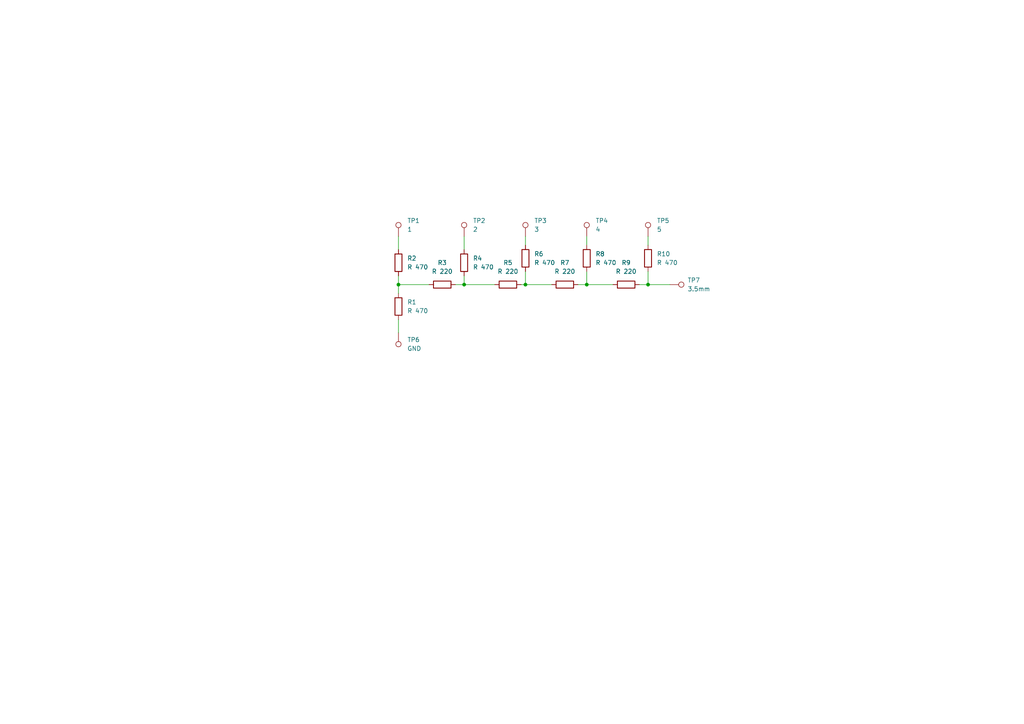
<source format=kicad_sch>
(kicad_sch (version 20211123) (generator eeschema)
  (paper "A4")
  (lib_symbols
    (symbol "Connector:TestPoint" (pin_numbers hide) (pin_names (offset 0.762) hide)
      (property "Reference" "TP" (at 0 6.858 0))
      (property "Value" "TestPoint" (at 0 5.08 0))
      (symbol "TestPoint_0_1"
        (circle (center 0 3.302) (radius 0.762))
      )
      (symbol "TestPoint_1_1"
        (pin passive line (at 0 0 90) (length 2.54) (name "1") (number "1"))
      )
    )
    (symbol "Device:R" (pin_numbers hide) (pin_names (offset 0))
      (property "Reference" "R" (at 2.032 0 90))
      (property "Value" "R" (at 0 0 90))
      (symbol "R_0_1"
        (rectangle (start -1.016 -2.54) (end 1.016 2.54) (stroke (width 0.254)))
      )
      (symbol "R_1_1"
        (pin passive line (at 0 3.81 270) (length 1.27) (name "~") (number "1"))
        (pin passive line (at 0 -3.81 90) (length 1.27) (name "~") (number "2"))
      )
    )
  )
  (junction (at 187.96 82.55))
  (junction (at 170.18 82.55))
  (junction (at 152.4 82.55))
  (junction (at 115.57 82.55))
  (junction (at 134.62 82.55))
  (wire (pts (xy 152.4 78.74) (xy 152.4 82.55)))
  (wire (pts (xy 134.62 80.01) (xy 134.62 82.55)))
  (wire (pts (xy 115.57 68.58) (xy 115.57 72.39)))
  (wire (pts (xy 187.96 78.74) (xy 187.96 82.55)))
  (wire (pts (xy 115.57 92.71) (xy 115.57 96.52)))
  (wire (pts (xy 187.96 82.55) (xy 185.42 82.55)))
  (wire (pts (xy 115.57 80.01) (xy 115.57 82.55)))
  (wire (pts (xy 170.18 68.58) (xy 170.18 71.12)))
  (wire (pts (xy 115.57 82.55) (xy 124.46 82.55)))
  (wire (pts (xy 151.13 82.55) (xy 152.4 82.55)))
  (wire (pts (xy 132.08 82.55) (xy 134.62 82.55)))
  (wire (pts (xy 152.4 82.55) (xy 160.02 82.55)))
  (wire (pts (xy 187.96 68.58) (xy 187.96 71.12)))
  (wire (pts (xy 152.4 68.58) (xy 152.4 71.12)))
  (wire (pts (xy 134.62 68.58) (xy 134.62 72.39)))
  (wire (pts (xy 187.96 82.55) (xy 194.31 82.55)))
  (wire (pts (xy 170.18 82.55) (xy 177.8 82.55)))
  (wire (pts (xy 170.18 78.74) (xy 170.18 82.55)))
  (wire (pts (xy 134.62 82.55) (xy 143.51 82.55)))
  (wire (pts (xy 167.64 82.55) (xy 170.18 82.55)))
  (wire (pts (xy 115.57 82.55) (xy 115.57 85.09)))
  (symbol (lib_id "Connector:TestPoint") (at 115.57 68.58 0) (unit 1)
    (property "Reference" "TP1" (at 118.11 64.0079 0) (effects (justify left)))
    (property "Value" "1" (at 118.11 66.5479 0) (effects (justify left)))
    (property "Footprint" "custom_connectors:2mm_test_point_smd" (effects hide))
  )
  (symbol (lib_id "Connector:TestPoint") (at 170.18 68.58 0) (unit 1)
    (property "Reference" "TP4" (at 172.72 64.0079 0) (effects (justify left)))
    (property "Value" "4" (at 172.72 66.5479 0) (effects (justify left)))
    (property "Footprint" "custom_connectors:2mm_test_point_smd" (effects hide))
  )
  (symbol (lib_id "Device:R") (at 163.83 82.55 90) (unit 1)
    (property "Reference" "R7" (at 163.83 76.2 90))
    (property "Value" "R 220" (at 163.83 78.74 90))
    (property "Footprint" "Resistor_SMD:R_0603_1608Metric_Pad0.98x0.95mm_HandSolder" (effects hide))
  )
  (symbol (lib_id "Device:R") (at 128.27 82.55 90) (unit 1)
    (property "Reference" "R3" (at 128.27 76.2 90))
    (property "Value" "R 220" (at 128.27 78.74 90))
    (property "Footprint" "Resistor_SMD:R_0603_1608Metric_Pad0.98x0.95mm_HandSolder" (effects hide))
  )
  (symbol (lib_id "Device:R") (at 170.18 74.93 0) (unit 1)
    (property "Reference" "R8" (at 172.72 73.6599 0) (effects (justify left)))
    (property "Value" "R 470" (at 172.72 76.1999 0) (effects (justify left)))
    (property "Footprint" "Resistor_SMD:R_0603_1608Metric_Pad0.98x0.95mm_HandSolder" (effects hide))
  )
  (symbol (lib_id "Device:R") (at 115.57 88.9 0) (unit 1)
    (property "Reference" "R1" (at 118.11 87.6299 0) (effects (justify left)))
    (property "Value" "R 470" (at 118.11 90.1699 0) (effects (justify left)))
    (property "Footprint" "Resistor_SMD:R_0603_1608Metric_Pad0.98x0.95mm_HandSolder" (effects hide))
  )
  (symbol (lib_id "Device:R") (at 115.57 76.2 0) (unit 1)
    (property "Reference" "R2" (at 118.11 74.9299 0) (effects (justify left)))
    (property "Value" "R 470" (at 118.11 77.4699 0) (effects (justify left)))
    (property "Footprint" "Resistor_SMD:R_0603_1608Metric_Pad0.98x0.95mm_HandSolder" (effects hide))
  )
  (symbol (lib_id "Device:R") (at 147.32 82.55 90) (unit 1)
    (property "Reference" "R5" (at 147.32 76.2 90))
    (property "Value" "R 220" (at 147.32 78.74 90))
    (property "Footprint" "Resistor_SMD:R_0603_1608Metric_Pad0.98x0.95mm_HandSolder" (effects hide))
  )
  (symbol (lib_id "Device:R") (at 134.62 76.2 0) (unit 1)
    (property "Reference" "R4" (at 137.16 74.9299 0) (effects (justify left)))
    (property "Value" "R 470" (at 137.16 77.4699 0) (effects (justify left)))
    (property "Footprint" "Resistor_SMD:R_0603_1608Metric_Pad0.98x0.95mm_HandSolder" (effects hide))
  )
  (symbol (lib_id "Device:R") (at 152.4 74.93 0) (unit 1)
    (property "Reference" "R6" (at 154.94 73.6599 0) (effects (justify left)))
    (property "Value" "R 470" (at 154.94 76.1999 0) (effects (justify left)))
    (property "Footprint" "Resistor_SMD:R_0603_1608Metric_Pad0.98x0.95mm_HandSolder" (effects hide))
  )
  (symbol (lib_id "Connector:TestPoint") (at 187.96 68.58 0) (unit 1)
    (property "Reference" "TP5" (at 190.5 64.0079 0) (effects (justify left)))
    (property "Value" "5" (at 190.5 66.5479 0) (effects (justify left)))
    (property "Footprint" "custom_connectors:2mm_test_point_smd" (effects hide))
  )
  (symbol (lib_id "Device:R") (at 187.96 74.93 0) (unit 1)
    (property "Reference" "R10" (at 190.5 73.6599 0) (effects (justify left)))
    (property "Value" "R 470" (at 190.5 76.1999 0) (effects (justify left)))
    (property "Footprint" "Resistor_SMD:R_0603_1608Metric_Pad0.98x0.95mm_HandSolder" (effects hide))
  )
  (symbol (lib_id "Connector:TestPoint") (at 115.57 96.52 180) (unit 1)
    (property "Reference" "TP6" (at 118.11 98.5519 0) (effects (justify right)))
    (property "Value" "GND" (at 118.11 101.0919 0) (effects (justify right)))
    (property "Footprint" "custom_connectors:2mm_test_point_smd" (effects hide))
  )
  (symbol (lib_id "Device:R") (at 181.61 82.55 90) (unit 1)
    (property "Reference" "R9" (at 181.61 76.2 90))
    (property "Value" "R 220" (at 181.61 78.74 90))
    (property "Footprint" "Resistor_SMD:R_0603_1608Metric_Pad0.98x0.95mm_HandSolder" (effects hide))
  )
  (symbol (lib_id "Connector:TestPoint") (at 194.31 82.55 270) (unit 1)
    (property "Reference" "TP7" (at 199.39 81.2799 90) (effects (justify left)))
    (property "Value" "3.5mm" (at 199.39 83.8199 90) (effects (justify left)))
    (property "Footprint" "custom_connectors:2mm_test_point_smd" (effects hide))
  )
  (symbol (lib_id "Connector:TestPoint") (at 152.4 68.58 0) (unit 1)
    (property "Reference" "TP3" (at 154.94 64.0079 0) (effects (justify left)))
    (property "Value" "3" (at 154.94 66.5479 0) (effects (justify left)))
    (property "Footprint" "custom_connectors:2mm_test_point_smd" (effects hide))
  )
  (symbol (lib_id "Connector:TestPoint") (at 134.62 68.58 0) (unit 1)
    (property "Reference" "TP2" (at 137.16 64.0079 0) (effects (justify left)))
    (property "Value" "2" (at 137.16 66.5479 0) (effects (justify left)))
    (property "Footprint" "custom_connectors:2mm_test_point_smd" (effects hide))
  )
)
</source>
